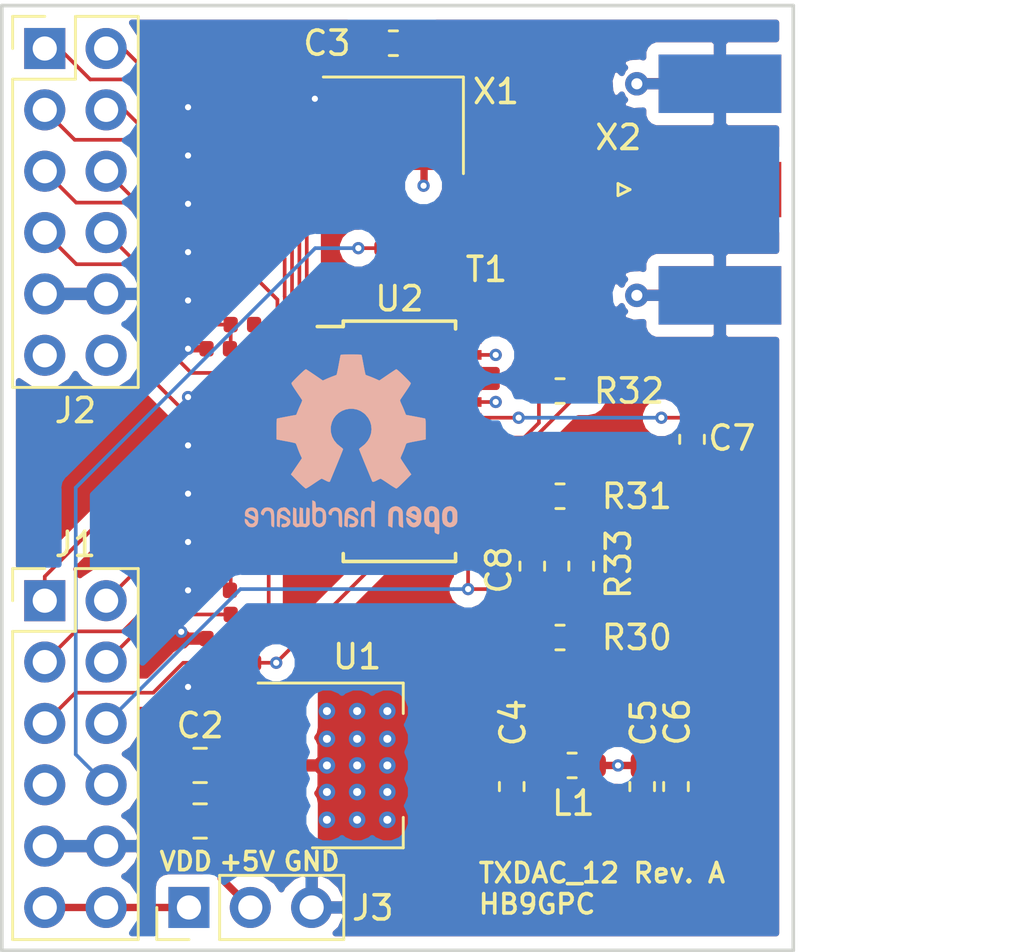
<source format=kicad_pcb>
(kicad_pcb (version 20171130) (host pcbnew "(5.0.1-3-g963ef8bb5)")
  (title_block (title "DAC ISL5857") (date 2018-11-18) (rev A) (company HB9GPC))
  (layers (0 F.Cu signal) (1 In1.Cu signal) (2 In2.Cu signal) (31 B.Cu signal) (34 B.Paste user hide) (35 F.Paste user hide) (36 B.SilkS user) (37 F.SilkS user) (38 B.Mask user) (39 F.Mask user) (44 Edge.Cuts user))
  (net 0 "")
  (net 1 +5V)
  (net 2 GND)
  (net 3 +3V3)
  (net 4 "Net-(C7-Pad2)")
  (net 5 /CLK)
  (net 6 /D11)
  (net 7 /D10)
  (net 8 /D9)
  (net 9 /D8)
  (net 10 /D1)
  (net 11 /D0)
  (net 12 /D3)
  (net 13 /D2)
  (net 14 /D5)
  (net 15 /D4)
  (net 16 /D7)
  (net 17 /D6)
  (net 18 /RF_N)
  (net 19 /RF_P)
  (net 20 "Net-(T1-Pad4)")
  (net 21 VDD)
  (net 22 "Net-(R28-Pad1)")
  (net 23 "Net-(R27-Pad1)")
  (net 24 "Net-(R26-Pad1)")
  (net 25 "Net-(R23-Pad1)")
  (net 26 "Net-(R22-Pad1)")
  (net 27 "Net-(R21-Pad1)")
  (net 28 "Net-(R20-Pad1)")
  (net 29 "Net-(R19-Pad1)")
  (net 30 "Net-(R18-Pad1)")
  (net 31 "Net-(R24-Pad1)")
  (net 32 "Net-(R25-Pad1)")
  (net 33 "Net-(R17-Pad1)")
  (net 34 "Net-(C8-Pad2)")
  (net 35 "Net-(R10-Pad2)")
  (net 36 "Net-(R16-Pad1)")
  (net 37 "Net-(R31-Pad1)")
  (net 38 "Net-(R31-Pad2)")
  (net 39 /PD)
  (net 40 SYS_MCLK)
  (net 41 +3.3VADC)
  (module Capacitor_SMD:C_0805_2012Metric_Pad1.15x1.40mm_HandSolder (layer F.Cu) (at 137.75 115.8)
    (fp_text reference C1 hide)
    (fp_text value 10uF)
    (pad 2 smd roundrect (at 1.025 0) (size 1.15 1.4) (layers F.Cu F.Paste F.Mask) (roundrect_rratio 0.217391) (net 1 +5V))
    (pad 1 smd roundrect (at -1.025 0) (size 1.15 1.4) (layers F.Cu F.Paste F.Mask) (roundrect_rratio 0.217391) (net 2 GND))
  )
  (module Capacitor_SMD:C_0805_2012Metric_Pad1.15x1.40mm_HandSolder (layer F.Cu) (at 137.75 113.5)
    (fp_text reference C2 (at 0 -1.65) (layer F.SilkS))
    (fp_text value 10uF)
    (pad 1 smd roundrect (at -1.025 0) (size 1.15 1.4) (layers F.Cu F.Paste F.Mask) (roundrect_rratio 0.217391) (net 2 GND))
    (pad 2 smd roundrect (at 1.025 0) (size 1.15 1.4) (layers F.Cu F.Paste F.Mask) (roundrect_rratio 0.217391) (net 3 +3V3))
  )
  (module Package_TO_SOT_SMD:SOT-223-3_TabPin2 (layer F.Cu) (at 144.25 113.5)
    (fp_text reference U1 (at 0 -4.5) (layer F.SilkS))
    (fp_text value LD1117S33CTR)
    (pad 2 smd rect (at 3.15 0) (size 2 3.8) (layers F.Cu F.Paste F.Mask) (net 3 +3V3))
    (pad 2 smd rect (at -3.15 0) (size 2 1.5) (layers F.Cu F.Paste F.Mask) (net 3 +3V3))
    (pad 3 smd rect (at -3.15 2.3) (size 2 1.5) (layers F.Cu F.Paste F.Mask) (net 1 +5V))
    (pad 1 smd rect (at -3.15 -2.3) (size 2 1.5) (layers F.Cu F.Paste F.Mask) (net 2 GND))
  )
  (module Resistor_SMD:R_0402_1005Metric (layer F.Cu) (at 145.28 91.6 90)
    (fp_text reference R15 hide)
    (fp_text value 0)
    (pad 1 smd roundrect (at -0.485 0 90) (size 0.59 0.64) (layers F.Cu F.Paste F.Mask) (net 40 SYS_MCLK))
    (pad 2 smd roundrect (at 0.485 0 90) (size 0.59 0.64) (layers F.Cu F.Paste F.Mask) (net 35 "Net-(R10-Pad2)"))
  )
  (module Resistor_SMD:R_0402_1005Metric (layer F.Cu) (at 147.0816 92.1 180)
    (fp_text reference R29 hide)
    (fp_text value 100)
    (pad 1 smd roundrect (at -0.485 0 180) (size 0.59 0.64) (layers F.Cu F.Paste F.Mask) (net 2 GND))
    (pad 2 smd roundrect (at 0.485 0 180) (size 0.59 0.64) (layers F.Cu F.Paste F.Mask) (net 40 SYS_MCLK))
  )
  (module Connector_PinHeader_2.54mm:PinHeader_1x03_P2.54mm_Vertical (layer F.Cu) (at 137.287 119.38 90)
    (fp_text reference J3 (at -0.02 7.613 180) (layer F.SilkS))
    (fp_text value P103)
    (pad 1 thru_hole rect (at 0 0 90) (size 1.7 1.7) (drill 1) (layers *.Cu *.Mask) (net 21 VDD))
    (pad 2 thru_hole oval (at 0 2.54 90) (size 1.7 1.7) (drill 1) (layers *.Cu *.Mask) (net 1 +5V))
    (pad 3 thru_hole oval (at 0 5.08 90) (size 1.7 1.7) (drill 1) (layers *.Cu *.Mask) (net 2 GND))
  )
  (module Capacitor_SMD:C_0603_1608Metric_Pad1.05x0.95mm_HandSolder (layer F.Cu) (at 145.75 83.6)
    (fp_text reference C3 (at -2.75 0) (layer F.SilkS))
    (fp_text value 0.1uF)
    (pad 1 smd roundrect (at -0.875 0) (size 1.05 0.95) (layers F.Cu F.Paste F.Mask) (net 2 GND))
    (pad 2 smd roundrect (at 0.875 0) (size 1.05 0.95) (layers F.Cu F.Paste F.Mask) (net 3 +3V3))
  )
  (module Resistor_SMD:R_0603_1608Metric_Pad1.05x0.95mm_HandSolder (layer F.Cu) (at 152.65 108.204 180)
    (fp_text reference R30 (at -3.179 0) (layer F.SilkS))
    (fp_text value 0)
    (pad 1 smd roundrect (at -0.875 0 180) (size 1.05 0.95) (layers F.Cu F.Paste F.Mask) (net 2 GND))
    (pad 2 smd roundrect (at 0.875 0 180) (size 1.05 0.95) (layers F.Cu F.Paste F.Mask) (net 39 /PD))
  )
  (module Resistor_SMD:R_0402_1005Metric (layer F.Cu) (at 139.5 85.25 180)
    (fp_text reference R16 hide)
    (fp_text value 22)
    (pad 2 smd roundrect (at 0.485 0 180) (size 0.59 0.64) (layers F.Cu F.Paste F.Mask) (net 6 /D11))
    (pad 1 smd roundrect (at -0.485 0 180) (size 0.59 0.64) (layers F.Cu F.Paste F.Mask) (net 36 "Net-(R16-Pad1)"))
  )
  (module Resistor_SMD:R_0402_1005Metric (layer F.Cu) (at 138.5 108.25)
    (fp_text reference R14 hide)
    (fp_text value 100)
    (pad 1 smd roundrect (at -0.485 0) (size 0.59 0.64) (layers F.Cu F.Paste F.Mask) (net 2 GND))
    (pad 2 smd roundrect (at 0.485 0) (size 0.59 0.64) (layers F.Cu F.Paste F.Mask) (net 11 /D0))
  )
  (module Resistor_SMD:R_0402_1005Metric (layer F.Cu) (at 138.5 96.25 180)
    (fp_text reference R13 hide)
    (fp_text value 100)
    (pad 2 smd roundrect (at 0.485 0 180) (size 0.59 0.64) (layers F.Cu F.Paste F.Mask) (net 2 GND))
    (pad 1 smd roundrect (at -0.485 0 180) (size 0.59 0.64) (layers F.Cu F.Paste F.Mask) (net 17 /D6))
  )
  (module Resistor_SMD:R_0402_1005Metric (layer F.Cu) (at 138.5 106.25)
    (fp_text reference R12 hide)
    (fp_text value 100)
    (pad 1 smd roundrect (at -0.485 0) (size 0.59 0.64) (layers F.Cu F.Paste F.Mask) (net 2 GND))
    (pad 2 smd roundrect (at 0.485 0) (size 0.59 0.64) (layers F.Cu F.Paste F.Mask) (net 10 /D1))
  )
  (module Resistor_SMD:R_0402_1005Metric (layer F.Cu) (at 138.5 94.25 180)
    (fp_text reference R11 hide)
    (fp_text value 100)
    (pad 2 smd roundrect (at 0.485 0 180) (size 0.59 0.64) (layers F.Cu F.Paste F.Mask) (net 2 GND))
    (pad 1 smd roundrect (at -0.485 0 180) (size 0.59 0.64) (layers F.Cu F.Paste F.Mask) (net 16 /D7))
  )
  (module Resistor_SMD:R_0402_1005Metric (layer F.Cu) (at 138.5 104.25)
    (fp_text reference R9 hide)
    (fp_text value 100)
    (pad 1 smd roundrect (at -0.485 0) (size 0.59 0.64) (layers F.Cu F.Paste F.Mask) (net 2 GND))
    (pad 2 smd roundrect (at 0.485 0) (size 0.59 0.64) (layers F.Cu F.Paste F.Mask) (net 13 /D2))
  )
  (module Resistor_SMD:R_0402_1005Metric (layer F.Cu) (at 139.5 101.25 180)
    (fp_text reference R24 hide)
    (fp_text value 22)
    (pad 2 smd roundrect (at 0.485 0 180) (size 0.59 0.64) (layers F.Cu F.Paste F.Mask) (net 12 /D3))
    (pad 1 smd roundrect (at -0.485 0 180) (size 0.59 0.64) (layers F.Cu F.Paste F.Mask) (net 31 "Net-(R24-Pad1)"))
  )
  (module Resistor_SMD:R_0402_1005Metric (layer F.Cu) (at 138.5 102.25)
    (fp_text reference R7 hide)
    (fp_text value 100)
    (pad 1 smd roundrect (at -0.485 0) (size 0.59 0.64) (layers F.Cu F.Paste F.Mask) (net 2 GND))
    (pad 2 smd roundrect (at 0.485 0) (size 0.59 0.64) (layers F.Cu F.Paste F.Mask) (net 12 /D3))
  )
  (module Resistor_SMD:R_0402_1005Metric (layer F.Cu) (at 138.5 90.25 180)
    (fp_text reference R6 hide)
    (fp_text value 100)
    (pad 2 smd roundrect (at 0.485 0 180) (size 0.59 0.64) (layers F.Cu F.Paste F.Mask) (net 2 GND))
    (pad 1 smd roundrect (at -0.485 0 180) (size 0.59 0.64) (layers F.Cu F.Paste F.Mask) (net 8 /D9))
  )
  (module Resistor_SMD:R_0402_1005Metric (layer F.Cu) (at 138.5 100.25)
    (fp_text reference R5 hide)
    (fp_text value 100)
    (pad 1 smd roundrect (at -0.485 0) (size 0.59 0.64) (layers F.Cu F.Paste F.Mask) (net 2 GND))
    (pad 2 smd roundrect (at 0.485 0) (size 0.59 0.64) (layers F.Cu F.Paste F.Mask) (net 15 /D4))
  )
  (module Resistor_SMD:R_0402_1005Metric (layer F.Cu) (at 138.5 88.25 180)
    (fp_text reference R4 hide)
    (fp_text value 100)
    (pad 2 smd roundrect (at 0.485 0 180) (size 0.59 0.64) (layers F.Cu F.Paste F.Mask) (net 2 GND))
    (pad 1 smd roundrect (at -0.485 0 180) (size 0.59 0.64) (layers F.Cu F.Paste F.Mask) (net 7 /D10))
  )
  (module Resistor_SMD:R_0402_1005Metric (layer F.Cu) (at 138.5 98.25)
    (fp_text reference R3 hide)
    (fp_text value 100)
    (pad 1 smd roundrect (at -0.485 0) (size 0.59 0.64) (layers F.Cu F.Paste F.Mask) (net 2 GND))
    (pad 2 smd roundrect (at 0.485 0) (size 0.59 0.64) (layers F.Cu F.Paste F.Mask) (net 14 /D5))
  )
  (module Resistor_SMD:R_0402_1005Metric (layer F.Cu) (at 138.5 86.25 180)
    (fp_text reference R2 hide)
    (fp_text value 100)
    (pad 2 smd roundrect (at 0.485 0 180) (size 0.59 0.64) (layers F.Cu F.Paste F.Mask) (net 2 GND))
    (pad 1 smd roundrect (at -0.485 0 180) (size 0.59 0.64) (layers F.Cu F.Paste F.Mask) (net 6 /D11))
  )
  (module Resistor_SMD:R_0402_1005Metric (layer F.Cu) (at 138.5 110.25)
    (fp_text reference R1 hide)
    (fp_text value 100)
    (pad 1 smd roundrect (at -0.485 0) (size 0.59 0.64) (layers F.Cu F.Paste F.Mask) (net 2 GND))
    (pad 2 smd roundrect (at 0.485 0) (size 0.59 0.64) (layers F.Cu F.Paste F.Mask) (net 5 /CLK))
  )
  (module Resistor_SMD:R_0402_1005Metric (layer F.Cu) (at 138.5 92.25 180)
    (fp_text reference R8 hide)
    (fp_text value 100)
    (pad 2 smd roundrect (at 0.485 0 180) (size 0.59 0.64) (layers F.Cu F.Paste F.Mask) (net 2 GND))
    (pad 1 smd roundrect (at -0.485 0 180) (size 0.59 0.64) (layers F.Cu F.Paste F.Mask) (net 9 /D8))
  )
  (module Resistor_SMD:R_0402_1005Metric (layer F.Cu) (at 139.5 87.25 180)
    (fp_text reference R17 hide)
    (fp_text value 22)
    (pad 1 smd roundrect (at -0.485 0 180) (size 0.59 0.64) (layers F.Cu F.Paste F.Mask) (net 33 "Net-(R17-Pad1)"))
    (pad 2 smd roundrect (at 0.485 0 180) (size 0.59 0.64) (layers F.Cu F.Paste F.Mask) (net 7 /D10))
  )
  (module Resistor_SMD:R_0402_1005Metric (layer F.Cu) (at 139.5 89.25 180)
    (fp_text reference R18 hide)
    (fp_text value 22)
    (pad 2 smd roundrect (at 0.485 0 180) (size 0.59 0.64) (layers F.Cu F.Paste F.Mask) (net 8 /D9))
    (pad 1 smd roundrect (at -0.485 0 180) (size 0.59 0.64) (layers F.Cu F.Paste F.Mask) (net 30 "Net-(R18-Pad1)"))
  )
  (module Resistor_SMD:R_0402_1005Metric (layer F.Cu) (at 139.5 91.25 180)
    (fp_text reference R19 hide)
    (fp_text value 22)
    (pad 1 smd roundrect (at -0.485 0 180) (size 0.59 0.64) (layers F.Cu F.Paste F.Mask) (net 29 "Net-(R19-Pad1)"))
    (pad 2 smd roundrect (at 0.485 0 180) (size 0.59 0.64) (layers F.Cu F.Paste F.Mask) (net 9 /D8))
  )
  (module Resistor_SMD:R_0402_1005Metric (layer F.Cu) (at 139.5 93.25 180)
    (fp_text reference R20 hide)
    (fp_text value 22)
    (pad 2 smd roundrect (at 0.485 0 180) (size 0.59 0.64) (layers F.Cu F.Paste F.Mask) (net 16 /D7))
    (pad 1 smd roundrect (at -0.485 0 180) (size 0.59 0.64) (layers F.Cu F.Paste F.Mask) (net 28 "Net-(R20-Pad1)"))
  )
  (module Resistor_SMD:R_0402_1005Metric (layer F.Cu) (at 139.5 95.25 180)
    (fp_text reference R21 hide)
    (fp_text value 22)
    (pad 1 smd roundrect (at -0.485 0 180) (size 0.59 0.64) (layers F.Cu F.Paste F.Mask) (net 27 "Net-(R21-Pad1)"))
    (pad 2 smd roundrect (at 0.485 0 180) (size 0.59 0.64) (layers F.Cu F.Paste F.Mask) (net 17 /D6))
  )
  (module Resistor_SMD:R_0402_1005Metric (layer F.Cu) (at 139.5 97.25 180)
    (fp_text reference R22 hide)
    (fp_text value 22)
    (pad 2 smd roundrect (at 0.485 0 180) (size 0.59 0.64) (layers F.Cu F.Paste F.Mask) (net 14 /D5))
    (pad 1 smd roundrect (at -0.485 0 180) (size 0.59 0.64) (layers F.Cu F.Paste F.Mask) (net 26 "Net-(R22-Pad1)"))
  )
  (module Resistor_SMD:R_0402_1005Metric (layer F.Cu) (at 139.5 99.25 180)
    (fp_text reference R23 hide)
    (fp_text value 22)
    (pad 1 smd roundrect (at -0.485 0 180) (size 0.59 0.64) (layers F.Cu F.Paste F.Mask) (net 25 "Net-(R23-Pad1)"))
    (pad 2 smd roundrect (at 0.485 0 180) (size 0.59 0.64) (layers F.Cu F.Paste F.Mask) (net 15 /D4))
  )
  (module Resistor_SMD:R_0402_1005Metric (layer F.Cu) (at 139.5 103.25 180)
    (fp_text reference R25 hide)
    (fp_text value 22)
    (pad 2 smd roundrect (at 0.485 0 180) (size 0.59 0.64) (layers F.Cu F.Paste F.Mask) (net 13 /D2))
    (pad 1 smd roundrect (at -0.485 0 180) (size 0.59 0.64) (layers F.Cu F.Paste F.Mask) (net 32 "Net-(R25-Pad1)"))
  )
  (module Resistor_SMD:R_0402_1005Metric (layer F.Cu) (at 139.5 105.25 180)
    (fp_text reference R26 hide)
    (fp_text value 22)
    (pad 1 smd roundrect (at -0.485 0 180) (size 0.59 0.64) (layers F.Cu F.Paste F.Mask) (net 24 "Net-(R26-Pad1)"))
    (pad 2 smd roundrect (at 0.485 0 180) (size 0.59 0.64) (layers F.Cu F.Paste F.Mask) (net 10 /D1))
  )
  (module Resistor_SMD:R_0402_1005Metric (layer F.Cu) (at 139.5 107.25 180)
    (fp_text reference R27 hide)
    (fp_text value 22)
    (pad 2 smd roundrect (at 0.485 0 180) (size 0.59 0.64) (layers F.Cu F.Paste F.Mask) (net 11 /D0))
    (pad 1 smd roundrect (at -0.485 0 180) (size 0.59 0.64) (layers F.Cu F.Paste F.Mask) (net 23 "Net-(R27-Pad1)"))
  )
  (module Resistor_SMD:R_0402_1005Metric (layer F.Cu) (at 139.5 109.25 180)
    (fp_text reference R28 hide)
    (fp_text value 22)
    (pad 1 smd roundrect (at -0.485 0 180) (size 0.59 0.64) (layers F.Cu F.Paste F.Mask) (net 22 "Net-(R28-Pad1)"))
    (pad 2 smd roundrect (at 0.485 0 180) (size 0.59 0.64) (layers F.Cu F.Paste F.Mask) (net 5 /CLK))
  )
  (module Capacitor_SMD:C_0603_1608Metric_Pad1.05x0.95mm_HandSolder (layer F.Cu) (at 158.115 100 90)
    (fp_text reference C7 (at 0.051 1.651 180) (layer F.SilkS))
    (fp_text value 0.1uF)
    (pad 1 smd roundrect (at -0.875 0 90) (size 1.05 0.95) (layers F.Cu F.Paste F.Mask) (net 2 GND))
    (pad 2 smd roundrect (at 0.875 0 90) (size 1.05 0.95) (layers F.Cu F.Paste F.Mask) (net 4 "Net-(C7-Pad2)"))
  )
  (module Capacitor_SMD:C_0603_1608Metric_Pad1.05x0.95mm_HandSolder (layer F.Cu) (at 151.5 105.25 90)
    (fp_text reference C8 (at -0.16 -1.386 270) (layer F.SilkS))
    (fp_text value 0.1uF)
    (pad 2 smd roundrect (at 0.875 0 90) (size 1.05 0.95) (layers F.Cu F.Paste F.Mask) (net 34 "Net-(C8-Pad2)"))
    (pad 1 smd roundrect (at -0.875 0 90) (size 1.05 0.95) (layers F.Cu F.Paste F.Mask) (net 2 GND))
  )
  (module Capacitor_SMD:C_0603_1608Metric_Pad1.05x0.95mm_HandSolder (layer F.Cu) (at 157.45 114.375 90)
    (fp_text reference C6 (at 2.675 0.05 270) (layer F.SilkS))
    (fp_text value 10uF)
    (pad 2 smd roundrect (at 0.875 0 90) (size 1.05 0.95) (layers F.Cu F.Paste F.Mask) (net 41 +3.3VADC))
    (pad 1 smd roundrect (at -0.875 0 90) (size 1.05 0.95) (layers F.Cu F.Paste F.Mask) (net 2 GND))
  )
  (module Capacitor_SMD:C_0603_1608Metric_Pad1.05x0.95mm_HandSolder (layer F.Cu) (at 156.05 114.375 90)
    (fp_text reference C5 (at 2.65 0.05 90) (layer F.SilkS))
    (fp_text value 0.1uF)
    (pad 1 smd roundrect (at -0.875 0 90) (size 1.05 0.95) (layers F.Cu F.Paste F.Mask) (net 2 GND))
    (pad 2 smd roundrect (at 0.875 0 90) (size 1.05 0.95) (layers F.Cu F.Paste F.Mask) (net 41 +3.3VADC))
  )
  (module Capacitor_SMD:C_0603_1608Metric_Pad1.05x0.95mm_HandSolder (layer F.Cu) (at 150.65 114.375 90)
    (fp_text reference C4 (at 2.65 0.05 270) (layer F.SilkS))
    (fp_text value 0.1uF)
    (pad 2 smd roundrect (at 0.875 0 90) (size 1.05 0.95) (layers F.Cu F.Paste F.Mask) (net 3 +3V3))
    (pad 1 smd roundrect (at -0.875 0 90) (size 1.05 0.95) (layers F.Cu F.Paste F.Mask) (net 2 GND))
  )
  (module Connector_Coaxial:SMA_Molex_73251-1153_EdgeMount_Horizontal (layer F.Cu) (at 157.55 89.66 180)
    (fp_text reference X2 (at 2.483 2.157 180) (layer F.SilkS))
    (fp_text value ANT)
    (pad 1 smd rect (at -1.72 0 180) (size 5.08 2.29) (layers F.Cu F.Paste F.Mask) (net 20 "Net-(T1-Pad4)"))
    (pad 2 smd rect (at -1.72 -4.38 180) (size 5.08 2.42) (layers F.Cu F.Paste F.Mask) (net 2 GND))
    (pad 2 smd rect (at -1.72 4.38 180) (size 5.08 2.42) (layers F.Cu F.Paste F.Mask) (net 2 GND))
    (pad 2 smd rect (at -1.72 -4.38 180) (size 5.08 2.42) (layers B.Cu B.Paste B.Mask) (net 2 GND))
    (pad 2 smd rect (at -1.72 4.38 180) (size 5.08 2.42) (layers B.Cu B.Paste B.Mask) (net 2 GND))
    (pad 2 thru_hole circle (at 1.72 -4.38 180) (size 0.97 0.97) (drill 0.46) (layers *.Cu) (net 2 GND))
    (pad 2 thru_hole circle (at 1.72 4.38 180) (size 0.97 0.97) (drill 0.46) (layers *.Cu) (net 2 GND))
    (pad 2 smd rect (at 1.27 -4.38 180) (size 0.95 0.46) (layers F.Cu) (net 2 GND))
    (pad 2 smd rect (at 1.27 4.38 180) (size 0.95 0.46) (layers F.Cu) (net 2 GND))
    (pad 2 smd rect (at 1.27 -4.38 180) (size 0.95 0.46) (layers B.Cu) (net 2 GND))
    (pad 2 smd rect (at 1.27 4.38 180) (size 0.95 0.46) (layers B.Cu) (net 2 GND))
  )
  (module Connector_PinHeader_2.54mm:PinHeader_2x06_P2.54mm_Vertical (layer F.Cu) (at 131.318 83.82)
    (fp_text reference J2 (at 1.27 14.986) (layer F.SilkS))
    (fp_text value P101)
    (pad 12 thru_hole oval (at 2.54 12.7) (size 1.7 1.7) (drill 1) (layers *.Cu *.Mask))
    (pad 11 thru_hole oval (at 0 12.7) (size 1.7 1.7) (drill 1) (layers *.Cu *.Mask))
    (pad 10 thru_hole oval (at 2.54 10.16) (size 1.7 1.7) (drill 1) (layers *.Cu *.Mask) (net 2 GND))
    (pad 9 thru_hole oval (at 0 10.16) (size 1.7 1.7) (drill 1) (layers *.Cu *.Mask) (net 2 GND))
    (pad 8 thru_hole oval (at 2.54 7.62) (size 1.7 1.7) (drill 1) (layers *.Cu *.Mask) (net 14 /D5))
    (pad 7 thru_hole oval (at 0 7.62) (size 1.7 1.7) (drill 1) (layers *.Cu *.Mask) (net 15 /D4))
    (pad 6 thru_hole oval (at 2.54 5.08) (size 1.7 1.7) (drill 1) (layers *.Cu *.Mask) (net 16 /D7))
    (pad 5 thru_hole oval (at 0 5.08) (size 1.7 1.7) (drill 1) (layers *.Cu *.Mask) (net 17 /D6))
    (pad 4 thru_hole oval (at 2.54 2.54) (size 1.7 1.7) (drill 1) (layers *.Cu *.Mask) (net 8 /D9))
    (pad 3 thru_hole oval (at 0 2.54) (size 1.7 1.7) (drill 1) (layers *.Cu *.Mask) (net 9 /D8))
    (pad 2 thru_hole oval (at 2.54 0) (size 1.7 1.7) (drill 1) (layers *.Cu *.Mask) (net 6 /D11))
    (pad 1 thru_hole rect (at 0 0) (size 1.7 1.7) (drill 1) (layers *.Cu *.Mask) (net 7 /D10))
  )
  (module Connector_PinHeader_2.54mm:PinHeader_2x06_P2.54mm_Vertical (layer F.Cu) (at 131.318 106.68)
    (fp_text reference J1 (at 1.27 -2.33) (layer F.SilkS))
    (fp_text value P102)
    (pad 1 thru_hole rect (at 0 0) (size 1.7 1.7) (drill 1) (layers *.Cu *.Mask) (net 12 /D3))
    (pad 2 thru_hole oval (at 2.54 0) (size 1.7 1.7) (drill 1) (layers *.Cu *.Mask) (net 13 /D2))
    (pad 3 thru_hole oval (at 0 2.54) (size 1.7 1.7) (drill 1) (layers *.Cu *.Mask) (net 10 /D1))
    (pad 4 thru_hole oval (at 2.54 2.54) (size 1.7 1.7) (drill 1) (layers *.Cu *.Mask) (net 11 /D0))
    (pad 5 thru_hole oval (at 0 5.08) (size 1.7 1.7) (drill 1) (layers *.Cu *.Mask) (net 5 /CLK))
    (pad 6 thru_hole oval (at 2.54 5.08) (size 1.7 1.7) (drill 1) (layers *.Cu *.Mask) (net 39 /PD))
    (pad 7 thru_hole oval (at 0 7.62) (size 1.7 1.7) (drill 1) (layers *.Cu *.Mask))
    (pad 8 thru_hole oval (at 2.54 7.62) (size 1.7 1.7) (drill 1) (layers *.Cu *.Mask) (net 40 SYS_MCLK))
    (pad 9 thru_hole oval (at 0 10.16) (size 1.7 1.7) (drill 1) (layers *.Cu *.Mask) (net 2 GND))
    (pad 10 thru_hole oval (at 2.54 10.16) (size 1.7 1.7) (drill 1) (layers *.Cu *.Mask) (net 2 GND))
    (pad 11 thru_hole oval (at 0 12.7) (size 1.7 1.7) (drill 1) (layers *.Cu *.Mask) (net 21 VDD))
    (pad 12 thru_hole oval (at 2.54 12.7) (size 1.7 1.7) (drill 1) (layers *.Cu *.Mask) (net 21 VDD))
  )
  (module Inductor_SMD:L_0603_1608Metric_Pad1.05x0.95mm_HandSolder (layer F.Cu) (at 153.15 113.5 180)
    (fp_text reference L1 (at -0.052 -1.5608 180) (layer F.SilkS))
    (fp_text value 10uH)
    (pad 2 smd roundrect (at 0.875 0 180) (size 1.05 0.95) (layers F.Cu F.Paste F.Mask) (net 3 +3V3))
    (pad 1 smd roundrect (at -0.875 0 180) (size 1.05 0.95) (layers F.Cu F.Paste F.Mask) (net 41 +3.3VADC))
  )
  (module Package_SO:TSSOP-28_4.4x9.7mm_P0.65mm (layer F.Cu) (at 146 100.08)
    (fp_text reference U2 (at 0 -5.9) (layer F.SilkS))
    (fp_text value ISL5857)
    (pad 1 smd rect (at -2.85 -4.225) (size 1.1 0.4) (layers F.Cu F.Paste F.Mask) (net 36 "Net-(R16-Pad1)"))
    (pad 2 smd rect (at -2.85 -3.575) (size 1.1 0.4) (layers F.Cu F.Paste F.Mask) (net 33 "Net-(R17-Pad1)"))
    (pad 3 smd rect (at -2.85 -2.925) (size 1.1 0.4) (layers F.Cu F.Paste F.Mask) (net 30 "Net-(R18-Pad1)"))
    (pad 4 smd rect (at -2.85 -2.275) (size 1.1 0.4) (layers F.Cu F.Paste F.Mask) (net 29 "Net-(R19-Pad1)"))
    (pad 5 smd rect (at -2.85 -1.625) (size 1.1 0.4) (layers F.Cu F.Paste F.Mask) (net 28 "Net-(R20-Pad1)"))
    (pad 6 smd rect (at -2.85 -0.975) (size 1.1 0.4) (layers F.Cu F.Paste F.Mask) (net 27 "Net-(R21-Pad1)"))
    (pad 7 smd rect (at -2.85 -0.325) (size 1.1 0.4) (layers F.Cu F.Paste F.Mask) (net 26 "Net-(R22-Pad1)"))
    (pad 8 smd rect (at -2.85 0.325) (size 1.1 0.4) (layers F.Cu F.Paste F.Mask) (net 25 "Net-(R23-Pad1)"))
    (pad 9 smd rect (at -2.85 0.975) (size 1.1 0.4) (layers F.Cu F.Paste F.Mask) (net 31 "Net-(R24-Pad1)"))
    (pad 10 smd rect (at -2.85 1.625) (size 1.1 0.4) (layers F.Cu F.Paste F.Mask) (net 32 "Net-(R25-Pad1)"))
    (pad 11 smd rect (at -2.85 2.275) (size 1.1 0.4) (layers F.Cu F.Paste F.Mask) (net 24 "Net-(R26-Pad1)"))
    (pad 12 smd rect (at -2.85 2.925) (size 1.1 0.4) (layers F.Cu F.Paste F.Mask) (net 23 "Net-(R27-Pad1)"))
    (pad 13 smd rect (at -2.85 3.575) (size 1.1 0.4) (layers F.Cu F.Paste F.Mask) (net 2 GND))
    (pad 14 smd rect (at -2.85 4.225) (size 1.1 0.4) (layers F.Cu F.Paste F.Mask) (net 2 GND))
    (pad 15 smd rect (at 2.85 4.225) (size 1.1 0.4) (layers F.Cu F.Paste F.Mask) (net 39 /PD))
    (pad 16 smd rect (at 2.85 3.575) (size 1.1 0.4) (layers F.Cu F.Paste F.Mask) (net 2 GND))
    (pad 17 smd rect (at 2.85 2.925) (size 1.1 0.4) (layers F.Cu F.Paste F.Mask) (net 34 "Net-(C8-Pad2)"))
    (pad 18 smd rect (at 2.85 2.275) (size 1.1 0.4) (layers F.Cu F.Paste F.Mask) (net 38 "Net-(R31-Pad2)"))
    (pad 19 smd rect (at 2.85 1.625) (size 1.1 0.4) (layers F.Cu F.Paste F.Mask) (net 2 GND))
    (pad 20 smd rect (at 2.85 0.975) (size 1.1 0.4) (layers F.Cu F.Paste F.Mask) (net 2 GND))
    (pad 21 smd rect (at 2.85 0.325) (size 1.1 0.4) (layers F.Cu F.Paste F.Mask) (net 18 /RF_N))
    (pad 22 smd rect (at 2.85 -0.325) (size 1.1 0.4) (layers F.Cu F.Paste F.Mask) (net 19 /RF_P))
    (pad 23 smd rect (at 2.85 -0.975) (size 1.1 0.4) (layers F.Cu F.Paste F.Mask) (net 4 "Net-(C7-Pad2)"))
    (pad 24 smd rect (at 2.85 -1.625) (size 1.1 0.4) (layers F.Cu F.Paste F.Mask) (net 41 +3.3VADC))
    (pad 25 smd rect (at 2.85 -2.275) (size 1.1 0.4) (layers F.Cu F.Paste F.Mask) (net 2 GND))
    (pad 26 smd rect (at 2.85 -2.925) (size 1.1 0.4) (layers F.Cu F.Paste F.Mask) (net 2 GND))
    (pad 27 smd rect (at 2.85 -3.575) (size 1.1 0.4) (layers F.Cu F.Paste F.Mask) (net 3 +3V3))
    (pad 28 smd rect (at 2.85 -4.225) (size 1.1 0.4) (layers F.Cu F.Paste F.Mask) (net 22 "Net-(R28-Pad1)"))
  )
  (module Resistor_SMD:R_0603_1608Metric_Pad1.05x0.95mm_HandSolder (layer F.Cu) (at 153.525 105.25 90)
    (fp_text reference R33 (at 0.094 1.542 270) (layer F.SilkS))
    (fp_text value 120)
    (pad 1 smd roundrect (at -0.875 0 90) (size 1.05 0.95) (layers F.Cu F.Paste F.Mask) (net 2 GND))
    (pad 2 smd roundrect (at 0.875 0 90) (size 1.05 0.95) (layers F.Cu F.Paste F.Mask) (net 37 "Net-(R31-Pad1)"))
  )
  (module Resistor_SMD:R_0603_1608Metric_Pad1.05x0.95mm_HandSolder (layer F.Cu) (at 152.65 98)
    (fp_text reference R32 (at 2.854 0) (layer F.SilkS))
    (fp_text value 49.9)
    (pad 2 smd roundrect (at 0.875 0) (size 1.05 0.95) (layers F.Cu F.Paste F.Mask) (net 18 /RF_N))
    (pad 1 smd roundrect (at -0.875 0) (size 1.05 0.95) (layers F.Cu F.Paste F.Mask) (net 19 /RF_P))
  )
  (module Resistor_SMD:R_0603_1608Metric_Pad1.05x0.95mm_HandSolder (layer F.Cu) (at 152.65 102.355 180)
    (fp_text reference R31 (at -3.179 -0.007) (layer F.SilkS))
    (fp_text value 1.8K)
    (pad 1 smd roundrect (at -0.875 0 180) (size 1.05 0.95) (layers F.Cu F.Paste F.Mask) (net 37 "Net-(R31-Pad1)"))
    (pad 2 smd roundrect (at 0.875 0 180) (size 1.05 0.95) (layers F.Cu F.Paste F.Mask) (net 38 "Net-(R31-Pad2)"))
  )
  (module dra818:MABAES0060 (layer F.Cu) (at 152.65 93 180)
    (fp_text reference T1 (at 3.044 0.036 180) (layer F.SilkS))
    (fp_text value 1:1)
    (pad 5 smd rect (at -1.27 1.715 180) (size 0.76 1.4) (layers F.Cu F.Paste F.Mask) (net 2 GND))
    (pad 4 smd rect (at 1.27 1.715 180) (size 0.76 1.4) (layers F.Cu F.Paste F.Mask) (net 20 "Net-(T1-Pad4)"))
    (pad 3 smd rect (at 1.27 -1.715 180) (size 0.76 1.4) (layers F.Cu F.Paste F.Mask) (net 19 /RF_P))
    (pad 2 smd rect (at 0 -1.715 180) (size 0.76 1.4) (layers F.Cu F.Paste F.Mask) (net 2 GND))
    (pad 1 smd rect (at -1.27 -1.715 180) (size 0.76 1.4) (layers F.Cu F.Paste F.Mask) (net 18 /RF_N))
  )
  (module Resistor_SMD:R_0402_1005Metric (layer F.Cu) (at 147.1046 91.1 180)
    (fp_text reference R10 hide)
    (fp_text value 100)
    (pad 1 smd roundrect (at -0.485 0 180) (size 0.59 0.64) (layers F.Cu F.Paste F.Mask) (net 2 GND))
    (pad 2 smd roundrect (at 0.485 0 180) (size 0.59 0.64) (layers F.Cu F.Paste F.Mask) (net 35 "Net-(R10-Pad2)"))
  )
  (module DRA818:Crystal_SMD_Abracon_ASFL1-4pin_5.0x3.2mm (layer F.Cu) (at 145.75 87 180)
    (fp_text reference X1 (at -4.25 1.4 180) (layer F.SilkS))
    (fp_text value ASFL1)
    (pad 1 smd rect (at -1.27 1.1 180) (size 1.7 1.5) (layers F.Cu F.Mask) (net 3 +3V3))
    (pad 2 smd rect (at 1.27 1.1 180) (size 1.7 1.5) (layers F.Cu F.Mask) (net 2 GND))
    (pad 3 smd rect (at 1.27 -1.1 180) (size 1.7 1.5) (layers F.Cu F.Mask) (net 35 "Net-(R10-Pad2)"))
    (pad 4 smd rect (at -1.27 -1.1 180) (size 1.7 1.5) (layers F.Cu F.Mask) (net 3 +3V3))
  )
  (module Symbol:OSHW-Logo2_9.8x8mm_SilkScreen (layer B.Cu) (at 144 100.2 180)
    (fp_text reference REF** hide)
    (fp_text value OSHW-Logo2_9.8x8mm_SilkScreen hide)
  )
  (gr_text "TXDAC_12 Rev. A\nHB9GPC" (at 149.2 118.6) (layer F.SilkS) (effects (font (size 0.8 0.8)) (justify left)))
  (gr_text VDD (at 137.16 117.475) (layer F.SilkS) (effects (font (size 0.75 0.75))))
  (gr_text +5V (at 139.7 117.475) (layer F.SilkS) (effects (font (size 0.75 0.75))))
  (gr_text GND (at 142.367 117.475) (layer F.SilkS) (effects (font (size 0.75 0.75))))
  (gr_line (start 162.306 82.042) (end 162.306 121.158) (layer Edge.Cuts) (width 0.15))
  (gr_line (start 162.306 121.158) (end 129.54 121.158) (layer Edge.Cuts) (width 0.15))
  (gr_line (start 129.54 82.042) (end 162.306 82.042) (layer Edge.Cuts) (width 0.15))
  (gr_line (start 129.54 121.158) (end 129.54 82.042) (layer Edge.Cuts) (width 0.15))
  (segment (start 138.625 115.8) (end 141.1 115.8) (width 0.3048) (layer F.Cu) (net 1))
  (segment (start 138.625 118.178) (end 139.827 119.38) (width 0.3048) (layer F.Cu) (net 1))
  (segment (start 138.625 115.8) (end 138.625 118.178) (width 0.3048) (layer F.Cu) (net 1))
  (via (at 137.25 110.25) (size 0.508) (drill 0.254) (layers F.Cu B.Cu) (net 2))
  (via (at 137.25 88.25) (size 0.508) (drill 0.254) (layers F.Cu B.Cu) (net 2))
  (via (at 137.25 86.25) (size 0.508) (drill 0.254) (layers F.Cu B.Cu) (net 2))
  (via (at 137.25 90.25) (size 0.508) (drill 0.254) (layers F.Cu B.Cu) (net 2))
  (via (at 137.25 92.25) (size 0.508) (drill 0.254) (layers F.Cu B.Cu) (net 2))
  (via (at 137.25 96.25) (size 0.508) (drill 0.254) (layers F.Cu B.Cu) (net 2))
  (via (at 137.25 98.25) (size 0.508) (drill 0.254) (layers F.Cu B.Cu) (net 2))
  (via (at 137.25 100.25) (size 0.508) (drill 0.254) (layers F.Cu B.Cu) (net 2))
  (via (at 137.25 102.25) (size 0.508) (drill 0.254) (layers F.Cu B.Cu) (net 2))
  (via (at 137.25 104.25) (size 0.508) (drill 0.254) (layers F.Cu B.Cu) (net 2))
  (via (at 137.25 106.25) (size 0.508) (drill 0.254) (layers F.Cu B.Cu) (net 2))
  (via (at 137.25 94.25) (size 0.508) (drill 0.254) (layers F.Cu B.Cu) (net 2))
  (segment (start 155.56 85.12) (end 159 85.12) (width 0.1524) (layer F.Cu) (net 2))
  (segment (start 155.56 93.88) (end 159 93.88) (width 0.1524) (layer F.Cu) (net 2))
  (segment (start 138.015 86.25) (end 137.25 86.25) (width 0.3048) (layer F.Cu) (net 2))
  (segment (start 138.015 88.25) (end 137.25 88.25) (width 0.3048) (layer F.Cu) (net 2))
  (segment (start 138.015 90.25) (end 137.25 90.25) (width 0.3048) (layer F.Cu) (net 2))
  (segment (start 138.015 110.25) (end 137.25 110.25) (width 0.3048) (layer F.Cu) (net 2))
  (segment (start 138.015 92.25) (end 137.25 92.25) (width 0.3048) (layer F.Cu) (net 2))
  (segment (start 138.015 94.25) (end 137.25 94.25) (width 0.3048) (layer F.Cu) (net 2))
  (segment (start 138.015 96.25) (end 137.25 96.25) (width 0.3048) (layer F.Cu) (net 2))
  (segment (start 138.015 98.25) (end 137.25 98.25) (width 0.3048) (layer F.Cu) (net 2))
  (segment (start 138.015 100.25) (end 137.25 100.25) (width 0.3048) (layer F.Cu) (net 2))
  (segment (start 138.015 102.25) (end 137.25 102.25) (width 0.3048) (layer F.Cu) (net 2))
  (segment (start 138.015 104.25) (end 137.25 104.25) (width 0.3048) (layer F.Cu) (net 2))
  (segment (start 138.015 106.25) (end 137.25 106.25) (width 0.3048) (layer F.Cu) (net 2))
  (segment (start 148.8 103.655) (end 147.585 103.655) (width 0.3048) (layer F.Cu) (net 2))
  (segment (start 148.8 97.155) (end 147.585 97.155) (width 0.3048) (layer F.Cu) (net 2))
  (segment (start 148.8 97.805) (end 147.585 97.805) (width 0.3048) (layer F.Cu) (net 2))
  (segment (start 150 97.155) (end 150 97.805) (width 0.3048) (layer F.Cu) (net 2))
  (segment (start 150 97.805) (end 148.85 97.805) (width 0.3048) (layer F.Cu) (net 2))
  (segment (start 148.85 97.155) (end 150 97.155) (width 0.3048) (layer F.Cu) (net 2))
  (segment (start 143.15 103.655) (end 142.2952 103.655) (width 0.3048) (layer F.Cu) (net 2))
  (segment (start 142.2952 103.655) (end 142 103.9502) (width 0.3048) (layer F.Cu) (net 2))
  (segment (start 143.15 104.305) (end 142 104.305) (width 0.3048) (layer F.Cu) (net 2))
  (segment (start 142 103.9502) (end 142 104.305) (width 0.3048) (layer F.Cu) (net 2))
  (segment (start 148.85 101.055) (end 150 101.055) (width 0.3048) (layer F.Cu) (net 2))
  (segment (start 148.85 101.705) (end 150 101.705) (width 0.3048) (layer F.Cu) (net 2))
  (segment (start 148.85 101.055) (end 147.585 101.055) (width 0.3048) (layer F.Cu) (net 2))
  (segment (start 148.85 101.705) (end 147.585 101.705) (width 0.3048) (layer F.Cu) (net 2))
  (segment (start 143.15 103.655) (end 144.6 103.655) (width 0.3048) (layer F.Cu) (net 2))
  (segment (start 143.15 104.305) (end 144.6 104.305) (width 0.3048) (layer F.Cu) (net 2))
  (segment (start 150.3045 104.2035) (end 149.756 103.655) (width 0.3048) (layer F.Cu) (net 2))
  (segment (start 150.3045 105.664) (end 150.3045 104.2035) (width 0.3048) (layer F.Cu) (net 2))
  (segment (start 150.7655 106.125) (end 150.3045 105.664) (width 0.3048) (layer F.Cu) (net 2))
  (segment (start 149.756 103.655) (end 148.85 103.655) (width 0.3048) (layer F.Cu) (net 2))
  (segment (start 151.5 106.125) (end 150.7655 106.125) (width 0.3048) (layer F.Cu) (net 2))
  (via (at 136.967743 107.967743) (size 0.508) (drill 0.254) (layers F.Cu B.Cu) (net 2))
  (segment (start 138.015 108.25) (end 137.25 108.25) (width 0.3048) (layer F.Cu) (net 2))
  (segment (start 137.25 108.25) (end 136.967743 107.967743) (width 0.3048) (layer F.Cu) (net 2))
  (segment (start 144.875 85.505) (end 144.48 85.9) (width 0.3048) (layer F.Cu) (net 2))
  (segment (start 144.875 83.6) (end 144.875 85.505) (width 0.3048) (layer F.Cu) (net 2))
  (via (at 142.5 85.9) (size 0.508) (drill 0.254) (layers F.Cu B.Cu) (net 2))
  (segment (start 139.7952 111.2) (end 141.1 111.2) (width 0.3048) (layer F.Cu) (net 2))
  (segment (start 138.545 111.2) (end 139.7952 111.2) (width 0.3048) (layer F.Cu) (net 2))
  (segment (start 138.015 110.67) (end 138.545 111.2) (width 0.3048) (layer F.Cu) (net 2))
  (segment (start 138.015 110.25) (end 138.015 110.67) (width 0.3048) (layer F.Cu) (net 2))
  (via (at 143 111.25) (size 0.6858) (drill 0.3302) (layers F.Cu B.Cu) (net 3))
  (via (at 147 89.5) (size 0.508) (drill 0.254) (layers F.Cu B.Cu) (net 3))
  (via (at 149.987 96.505) (size 0.508) (drill 0.254) (layers F.Cu B.Cu) (net 3))
  (segment (start 148.85 96.505) (end 149.987 96.505) (width 0.1524) (layer F.Cu) (net 3))
  (segment (start 147.02 85.9) (end 147.02 88.1) (width 0.3048) (layer F.Cu) (net 3))
  (segment (start 147.02 89.48) (end 147 89.5) (width 0.3048) (layer F.Cu) (net 3))
  (segment (start 147.02 88.1) (end 147.02 89.48) (width 0.3048) (layer F.Cu) (net 3))
  (segment (start 138.625 113.5) (end 141.1 113.5) (width 0.3048) (layer F.Cu) (net 3))
  (segment (start 146.625 85.505) (end 147.02 85.9) (width 0.3048) (layer F.Cu) (net 3))
  (segment (start 146.625 83.6) (end 146.625 85.505) (width 0.3048) (layer F.Cu) (net 3))
  (segment (start 150.65 113.5) (end 152.275 113.5) (width 0.3048) (layer F.Cu) (net 3))
  (segment (start 150.65 113.5) (end 147.4 113.5) (width 0.3048) (layer F.Cu) (net 3))
  (via (at 144.25 111.25) (size 0.6858) (drill 0.3302) (layers F.Cu B.Cu) (net 3))
  (via (at 145.5 111.25) (size 0.6858) (drill 0.3302) (layers F.Cu B.Cu) (net 3))
  (via (at 143 113.5) (size 0.6858) (drill 0.3302) (layers F.Cu B.Cu) (net 3))
  (via (at 144.25 113.5) (size 0.6858) (drill 0.3302) (layers F.Cu B.Cu) (net 3))
  (via (at 145.5 113.5) (size 0.6858) (drill 0.3302) (layers F.Cu B.Cu) (net 3))
  (via (at 143 115.75) (size 0.6858) (drill 0.3302) (layers F.Cu B.Cu) (net 3))
  (via (at 144.25 115.75) (size 0.6858) (drill 0.3302) (layers F.Cu B.Cu) (net 3))
  (via (at 145.5 115.75) (size 0.6858) (drill 0.3302) (layers F.Cu B.Cu) (net 3))
  (via (at 143 114.6) (size 0.6858) (drill 0.3302) (layers F.Cu B.Cu) (net 3))
  (via (at 143 112.4) (size 0.6858) (drill 0.3302) (layers F.Cu B.Cu) (net 3))
  (via (at 145.5 112.4) (size 0.6858) (drill 0.3302) (layers F.Cu B.Cu) (net 3))
  (via (at 144.25 112.4) (size 0.6858) (drill 0.3302) (layers F.Cu B.Cu) (net 3))
  (via (at 144.25 114.6) (size 0.6858) (drill 0.3302) (layers F.Cu B.Cu) (net 3))
  (via (at 145.5 114.6) (size 0.6858) (drill 0.3302) (layers F.Cu B.Cu) (net 3))
  (via (at 156.845 99.105) (size 0.508) (drill 0.254) (layers F.Cu B.Cu) (net 4))
  (segment (start 158.095 99.105) (end 158.115 99.125) (width 0.1524) (layer F.Cu) (net 4))
  (segment (start 156.845 99.105) (end 158.095 99.105) (width 0.1524) (layer F.Cu) (net 4))
  (segment (start 156.845 99.105) (end 150.937678 99.105) (width 0.1524) (layer B.Cu) (net 4))
  (segment (start 150.937678 99.105) (end 150.936958 99.10572) (width 0.1524) (layer B.Cu) (net 4))
  (via (at 150.936958 99.105) (size 0.508) (drill 0.254) (layers F.Cu B.Cu) (net 4))
  (segment (start 150.936238 99.105) (end 150.936958 99.10572) (width 0.1524) (layer F.Cu) (net 4))
  (segment (start 148.85 99.105) (end 150.936238 99.105) (width 0.1524) (layer F.Cu) (net 4))
  (segment (start 139.015 110.22) (end 138.985 110.25) (width 0.1524) (layer F.Cu) (net 5))
  (segment (start 139.015 109.25) (end 139.015 110.22) (width 0.1524) (layer F.Cu) (net 5))
  (segment (start 132.588 110.49) (end 132.167999 110.910001) (width 0.1524) (layer F.Cu) (net 5))
  (segment (start 135.81 110.49) (end 132.588 110.49) (width 0.1524) (layer F.Cu) (net 5))
  (segment (start 137.05 109.25) (end 135.81 110.49) (width 0.1524) (layer F.Cu) (net 5))
  (segment (start 132.167999 110.910001) (end 131.318 111.76) (width 0.1524) (layer F.Cu) (net 5))
  (segment (start 139.015 109.25) (end 137.05 109.25) (width 0.1524) (layer F.Cu) (net 5))
  (segment (start 133.878 83.8) (end 133.858 83.82) (width 0.1524) (layer F.Cu) (net 6))
  (segment (start 134.5 83.8) (end 133.878 83.8) (width 0.1524) (layer F.Cu) (net 6))
  (segment (start 139.015 86.22) (end 138.985 86.25) (width 0.1524) (layer F.Cu) (net 6))
  (segment (start 139.015 85.25) (end 139.015 86.22) (width 0.1524) (layer F.Cu) (net 6))
  (segment (start 136 85.25) (end 139.015 85.25) (width 0.1524) (layer F.Cu) (net 6))
  (segment (start 134.57 83.82) (end 136 85.25) (width 0.1524) (layer F.Cu) (net 6))
  (segment (start 133.858 83.82) (end 134.57 83.82) (width 0.1524) (layer F.Cu) (net 6))
  (segment (start 131.318 83.82) (end 131.32 83.82) (width 0.1524) (layer F.Cu) (net 7))
  (segment (start 139.015 88.22) (end 138.985 88.25) (width 0.1524) (layer F.Cu) (net 7))
  (segment (start 139.015 87.25) (end 139.015 88.22) (width 0.1524) (layer F.Cu) (net 7))
  (segment (start 137.5 87.25) (end 139.015 87.25) (width 0.1524) (layer F.Cu) (net 7))
  (segment (start 131.92 83.82) (end 133.2 85.1) (width 0.1524) (layer F.Cu) (net 7))
  (segment (start 133.2 85.1) (end 135.35 85.1) (width 0.1524) (layer F.Cu) (net 7))
  (segment (start 131.318 83.82) (end 131.92 83.82) (width 0.1524) (layer F.Cu) (net 7))
  (segment (start 135.35 85.1) (end 137.5 87.25) (width 0.1524) (layer F.Cu) (net 7))
  (segment (start 133.858 86.36) (end 134.36 86.36) (width 0.1524) (layer F.Cu) (net 8))
  (segment (start 139.015 90.22) (end 138.985 90.25) (width 0.1524) (layer F.Cu) (net 8))
  (segment (start 139.015 89.25) (end 139.015 90.22) (width 0.1524) (layer F.Cu) (net 8))
  (segment (start 137.5 89.25) (end 139.015 89.25) (width 0.1524) (layer F.Cu) (net 8))
  (segment (start 134.61 86.36) (end 137.5 89.25) (width 0.1524) (layer F.Cu) (net 8))
  (segment (start 133.858 86.36) (end 134.61 86.36) (width 0.1524) (layer F.Cu) (net 8))
  (segment (start 139.015 92.22) (end 138.985 92.25) (width 0.1524) (layer F.Cu) (net 9))
  (segment (start 139.015 91.25) (end 139.015 92.22) (width 0.1524) (layer F.Cu) (net 9))
  (segment (start 137.351 91.25) (end 139.015 91.25) (width 0.1524) (layer F.Cu) (net 9))
  (segment (start 136.652 90.551) (end 137.351 91.25) (width 0.1524) (layer F.Cu) (net 9))
  (segment (start 132.558 87.6) (end 135.35 87.6) (width 0.1524) (layer F.Cu) (net 9))
  (segment (start 135.35 87.6) (end 136.652 88.902) (width 0.1524) (layer F.Cu) (net 9))
  (segment (start 136.652 88.902) (end 136.652 90.551) (width 0.1524) (layer F.Cu) (net 9))
  (segment (start 131.318 86.36) (end 132.558 87.6) (width 0.1524) (layer F.Cu) (net 9))
  (segment (start 139.015 106.22) (end 138.985 106.25) (width 0.1524) (layer F.Cu) (net 10))
  (segment (start 139.015 105.25) (end 139.015 106.22) (width 0.1524) (layer F.Cu) (net 10))
  (segment (start 137.25 105.25) (end 139.015 105.25) (width 0.1524) (layer F.Cu) (net 10))
  (segment (start 134.55 107.95) (end 137.25 105.25) (width 0.1524) (layer F.Cu) (net 10))
  (segment (start 132.588 107.95) (end 134.55 107.95) (width 0.1524) (layer F.Cu) (net 10))
  (segment (start 131.318 109.22) (end 132.588 107.95) (width 0.1524) (layer F.Cu) (net 10))
  (segment (start 138.62 107.25) (end 139.015 107.25) (width 0.1524) (layer F.Cu) (net 11))
  (segment (start 135.828 107.25) (end 138.62 107.25) (width 0.1524) (layer F.Cu) (net 11))
  (segment (start 133.858 109.22) (end 135.828 107.25) (width 0.1524) (layer F.Cu) (net 11))
  (segment (start 139.015 108.22) (end 138.985 108.25) (width 0.1524) (layer F.Cu) (net 11))
  (segment (start 139.015 107.25) (end 139.015 108.22) (width 0.1524) (layer F.Cu) (net 11))
  (segment (start 139.015 102.22) (end 138.985 102.25) (width 0.1524) (layer F.Cu) (net 12))
  (segment (start 139.015 101.25) (end 139.015 102.22) (width 0.1524) (layer F.Cu) (net 12))
  (segment (start 138.62 101.25) (end 139.015 101.25) (width 0.1524) (layer F.Cu) (net 12))
  (segment (start 131.318 105.6776) (end 135.7456 101.25) (width 0.1524) (layer F.Cu) (net 12))
  (segment (start 135.7456 101.25) (end 138.62 101.25) (width 0.1524) (layer F.Cu) (net 12))
  (segment (start 131.318 106.68) (end 131.318 105.6776) (width 0.1524) (layer F.Cu) (net 12))
  (segment (start 137.288 103.25) (end 139.015 103.25) (width 0.1524) (layer F.Cu) (net 13))
  (segment (start 133.858 106.68) (end 137.288 103.25) (width 0.1524) (layer F.Cu) (net 13))
  (segment (start 139.015 104.22) (end 138.985 104.25) (width 0.1524) (layer F.Cu) (net 13))
  (segment (start 139.015 103.25) (end 139.015 104.22) (width 0.1524) (layer F.Cu) (net 13))
  (segment (start 134.54 91.44) (end 133.858 91.44) (width 0.1524) (layer F.Cu) (net 14))
  (segment (start 139.015 98.22) (end 138.985 98.25) (width 0.1524) (layer F.Cu) (net 14))
  (segment (start 139.015 97.25) (end 139.015 98.22) (width 0.1524) (layer F.Cu) (net 14))
  (segment (start 138.62 97.25) (end 139.015 97.25) (width 0.1524) (layer F.Cu) (net 14))
  (segment (start 137.382 97.25) (end 138.62 97.25) (width 0.1524) (layer F.Cu) (net 14))
  (segment (start 135.940811 95.808811) (end 137.382 97.25) (width 0.1524) (layer F.Cu) (net 14))
  (segment (start 135.940811 93.522811) (end 135.940811 95.808811) (width 0.1524) (layer F.Cu) (net 14))
  (segment (start 133.858 91.44) (end 135.940811 93.522811) (width 0.1524) (layer F.Cu) (net 14))
  (segment (start 139.015 100.22) (end 138.985 100.25) (width 0.1524) (layer F.Cu) (net 15))
  (segment (start 139.015 99.25) (end 139.015 100.22) (width 0.1524) (layer F.Cu) (net 15))
  (segment (start 138.62 99.25) (end 139.015 99.25) (width 0.1524) (layer F.Cu) (net 15))
  (segment (start 137.5 99.25) (end 138.62 99.25) (width 0.1524) (layer F.Cu) (net 15))
  (segment (start 134.66 92.75) (end 135.636 93.726) (width 0.1524) (layer F.Cu) (net 15))
  (segment (start 135.636 97.386) (end 137.5 99.25) (width 0.1524) (layer F.Cu) (net 15))
  (segment (start 132.628 92.75) (end 134.66 92.75) (width 0.1524) (layer F.Cu) (net 15))
  (segment (start 135.636 93.726) (end 135.636 97.386) (width 0.1524) (layer F.Cu) (net 15))
  (segment (start 131.318 91.44) (end 132.628 92.75) (width 0.1524) (layer F.Cu) (net 15))
  (segment (start 133.858 88.9) (end 134.4 88.9) (width 0.1524) (layer F.Cu) (net 16))
  (segment (start 139.015 94.22) (end 138.985 94.25) (width 0.1524) (layer F.Cu) (net 16))
  (segment (start 139.015 93.25) (end 139.015 94.22) (width 0.1524) (layer F.Cu) (net 16))
  (segment (start 138.62 93.25) (end 139.015 93.25) (width 0.1524) (layer F.Cu) (net 16))
  (segment (start 136.702811 91.744811) (end 136.702811 92.532945) (width 0.1524) (layer F.Cu) (net 16))
  (segment (start 136.702811 92.532945) (end 137.419866 93.25) (width 0.1524) (layer F.Cu) (net 16))
  (segment (start 133.858 88.9) (end 136.702811 91.744811) (width 0.1524) (layer F.Cu) (net 16))
  (segment (start 137.419866 93.25) (end 138.62 93.25) (width 0.1524) (layer F.Cu) (net 16))
  (segment (start 139.015 96.22) (end 138.985 96.25) (width 0.1524) (layer F.Cu) (net 17))
  (segment (start 139.015 95.25) (end 139.015 96.22) (width 0.1524) (layer F.Cu) (net 17))
  (segment (start 138.62 95.25) (end 139.015 95.25) (width 0.1524) (layer F.Cu) (net 17))
  (segment (start 136.398 94.234) (end 137.414 95.25) (width 0.1524) (layer F.Cu) (net 17))
  (segment (start 132.618 90.2) (end 134.65 90.2) (width 0.1524) (layer F.Cu) (net 17))
  (segment (start 136.398 91.948) (end 136.398 94.234) (width 0.1524) (layer F.Cu) (net 17))
  (segment (start 134.65 90.2) (end 136.398 91.948) (width 0.1524) (layer F.Cu) (net 17))
  (segment (start 137.414 95.25) (end 138.62 95.25) (width 0.1524) (layer F.Cu) (net 17))
  (segment (start 131.318 88.9) (end 132.618 90.2) (width 0.1524) (layer F.Cu) (net 17))
  (segment (start 148.85 100.405) (end 149.675001 100.405) (width 0.1524) (layer F.Cu) (net 18))
  (segment (start 149.675001 100.405) (end 149.847601 100.2324) (width 0.1524) (layer F.Cu) (net 18))
  (segment (start 151.2926 100.2324) (end 151.990526 99.534474) (width 0.1524) (layer F.Cu) (net 18))
  (segment (start 151.990526 99.534474) (end 153.525 98) (width 0.1524) (layer F.Cu) (net 18))
  (segment (start 149.847601 100.2324) (end 151.2926 100.2324) (width 0.1524) (layer F.Cu) (net 18))
  (segment (start 153.797 97.728) (end 153.525 98) (width 0.1524) (layer F.Cu) (net 18))
  (segment (start 153.797 94.838) (end 153.797 97.728) (width 0.1524) (layer F.Cu) (net 18))
  (segment (start 153.92 94.715) (end 153.797 94.838) (width 0.1524) (layer F.Cu) (net 18))
  (segment (start 149.847601 99.9276) (end 151.166347 99.9276) (width 0.1524) (layer F.Cu) (net 19))
  (segment (start 148.85 99.755) (end 149.675001 99.755) (width 0.1524) (layer F.Cu) (net 19))
  (segment (start 151.166347 99.9276) (end 151.775 99.318947) (width 0.1524) (layer F.Cu) (net 19))
  (segment (start 151.775 99.318947) (end 151.775 98) (width 0.1524) (layer F.Cu) (net 19))
  (segment (start 149.675001 99.755) (end 149.847601 99.9276) (width 0.1524) (layer F.Cu) (net 19))
  (segment (start 151.511 94.846) (end 151.511 97.736) (width 0.1524) (layer F.Cu) (net 19))
  (segment (start 151.511 97.736) (end 151.775 98) (width 0.1524) (layer F.Cu) (net 19))
  (segment (start 151.38 94.715) (end 151.511 94.846) (width 0.1524) (layer F.Cu) (net 19))
  (segment (start 156.4252 89.66) (end 159.27 89.66) (width 0.3048) (layer F.Cu) (net 20))
  (segment (start 153.6798 89.66) (end 156.4252 89.66) (width 0.3048) (layer F.Cu) (net 20))
  (segment (start 152.0548 91.285) (end 153.6798 89.66) (width 0.3048) (layer F.Cu) (net 20))
  (segment (start 151.37 91.285) (end 152.0548 91.285) (width 0.3048) (layer F.Cu) (net 20))
  (segment (start 131.318 119.38) (end 133.858 119.38) (width 0.3048) (layer F.Cu) (net 21))
  (segment (start 133.858 119.38) (end 137.287 119.38) (width 0.3048) (layer F.Cu) (net 21))
  (via (at 140.9 109.25) (size 0.508) (drill 0.254) (layers F.Cu B.Cu) (net 22))
  (segment (start 139.985 109.25) (end 140.9 109.25) (width 0.1524) (layer F.Cu) (net 22))
  (segment (start 145.2245 104.9255) (end 140.9 109.25) (width 0.1524) (layer F.Cu) (net 22))
  (segment (start 146.2705 95.855) (end 145.2245 96.901) (width 0.1524) (layer F.Cu) (net 22))
  (segment (start 145.2245 96.901) (end 145.2245 104.9255) (width 0.1524) (layer F.Cu) (net 22))
  (segment (start 148.85 95.855) (end 146.2705 95.855) (width 0.1524) (layer F.Cu) (net 22))
  (segment (start 140.569168 106.915832) (end 140.235 107.25) (width 0.1524) (layer F.Cu) (net 23))
  (segment (start 140.589 106.896) (end 140.569168 106.915832) (width 0.1524) (layer F.Cu) (net 23))
  (segment (start 140.589 104.561) (end 140.589 106.896) (width 0.1524) (layer F.Cu) (net 23))
  (segment (start 142.145 103.005) (end 140.589 104.561) (width 0.1524) (layer F.Cu) (net 23))
  (segment (start 143.15 103.005) (end 142.145 103.005) (width 0.1524) (layer F.Cu) (net 23))
  (segment (start 142.145 102.355) (end 143.15 102.355) (width 0.1524) (layer F.Cu) (net 24))
  (segment (start 139.985 104.515) (end 142.145 102.355) (width 0.1524) (layer F.Cu) (net 24))
  (segment (start 139.985 105.25) (end 139.985 104.515) (width 0.1524) (layer F.Cu) (net 24))
  (segment (start 141.14 100.405) (end 143.15 100.405) (width 0.1524) (layer F.Cu) (net 25))
  (segment (start 139.985 99.25) (end 141.14 100.405) (width 0.1524) (layer F.Cu) (net 25))
  (segment (start 142.4476 99.755) (end 143.15 99.755) (width 0.1524) (layer F.Cu) (net 26))
  (segment (start 139.985 97.67) (end 142.07 99.755) (width 0.1524) (layer F.Cu) (net 26))
  (segment (start 142.07 99.755) (end 142.4476 99.755) (width 0.1524) (layer F.Cu) (net 26))
  (segment (start 139.985 97.25) (end 139.985 97.67) (width 0.1524) (layer F.Cu) (net 26))
  (segment (start 142.4476 99.105) (end 143.15 99.105) (width 0.1524) (layer F.Cu) (net 27))
  (segment (start 142.23 99.105) (end 142.4476 99.105) (width 0.1524) (layer F.Cu) (net 27))
  (segment (start 140.6 97.475) (end 142.23 99.105) (width 0.1524) (layer F.Cu) (net 27))
  (segment (start 140.6 95.865) (end 140.6 97.475) (width 0.1524) (layer F.Cu) (net 27))
  (segment (start 139.985 95.25) (end 140.6 95.865) (width 0.1524) (layer F.Cu) (net 27))
  (segment (start 142.23 98.455) (end 143.15 98.455) (width 0.1524) (layer F.Cu) (net 28))
  (segment (start 140.95 97.175) (end 142.23 98.455) (width 0.1524) (layer F.Cu) (net 28))
  (segment (start 140.95 94.215) (end 140.95 97.175) (width 0.1524) (layer F.Cu) (net 28))
  (segment (start 139.985 93.25) (end 140.95 94.215) (width 0.1524) (layer F.Cu) (net 28))
  (segment (start 141.254811 94.088744) (end 141.254811 96.804811) (width 0.1524) (layer F.Cu) (net 29))
  (segment (start 142.255 97.805) (end 143.15 97.805) (width 0.1524) (layer F.Cu) (net 29))
  (segment (start 141.25 94.083933) (end 141.254811 94.088744) (width 0.1524) (layer F.Cu) (net 29))
  (segment (start 141.25 92.515) (end 141.25 94.083933) (width 0.1524) (layer F.Cu) (net 29))
  (segment (start 141.254811 96.804811) (end 142.255 97.805) (width 0.1524) (layer F.Cu) (net 29))
  (segment (start 139.985 91.25) (end 141.25 92.515) (width 0.1524) (layer F.Cu) (net 29))
  (segment (start 140.319168 89.584168) (end 139.985 89.25) (width 0.1524) (layer F.Cu) (net 30))
  (segment (start 141.554811 90.819811) (end 140.319168 89.584168) (width 0.1524) (layer F.Cu) (net 30))
  (segment (start 141.559622 93.962488) (end 141.554811 93.957677) (width 0.1524) (layer F.Cu) (net 30))
  (segment (start 141.554811 93.957677) (end 141.554811 90.819811) (width 0.1524) (layer F.Cu) (net 30))
  (segment (start 143.15 97.155) (end 142.255 97.155) (width 0.1524) (layer F.Cu) (net 30))
  (segment (start 141.559622 96.459622) (end 141.559622 93.962488) (width 0.1524) (layer F.Cu) (net 30))
  (segment (start 142.255 97.155) (end 141.559622 96.459622) (width 0.1524) (layer F.Cu) (net 30))
  (segment (start 140.18 101.055) (end 139.985 101.25) (width 0.1524) (layer F.Cu) (net 31))
  (segment (start 143.15 101.055) (end 140.18 101.055) (width 0.1524) (layer F.Cu) (net 31))
  (segment (start 140.625 103.25) (end 140.235 103.25) (width 0.1524) (layer F.Cu) (net 32))
  (segment (start 142.17 101.705) (end 140.625 103.25) (width 0.1524) (layer F.Cu) (net 32))
  (segment (start 143.15 101.705) (end 142.17 101.705) (width 0.1524) (layer F.Cu) (net 32))
  (segment (start 141.859622 93.831421) (end 141.864433 93.836232) (width 0.1524) (layer F.Cu) (net 33))
  (segment (start 142.255 96.505) (end 143.15 96.505) (width 0.1524) (layer F.Cu) (net 33))
  (segment (start 141.864433 96.114433) (end 142.255 96.505) (width 0.1524) (layer F.Cu) (net 33))
  (segment (start 141.859622 89.124622) (end 141.859622 93.831421) (width 0.1524) (layer F.Cu) (net 33))
  (segment (start 141.864433 93.836232) (end 141.864433 96.114433) (width 0.1524) (layer F.Cu) (net 33))
  (segment (start 139.985 87.25) (end 141.859622 89.124622) (width 0.1524) (layer F.Cu) (net 33))
  (segment (start 150.13 103.005) (end 148.85 103.005) (width 0.1524) (layer F.Cu) (net 34))
  (segment (start 151.5 104.375) (end 150.13 103.005) (width 0.1524) (layer F.Cu) (net 34))
  (segment (start 146.6046 91.115) (end 146.6196 91.1) (width 0.1524) (layer F.Cu) (net 35))
  (segment (start 145.28 91.115) (end 146.6046 91.115) (width 0.1524) (layer F.Cu) (net 35))
  (segment (start 144.48 90.315) (end 145.28 91.115) (width 0.1524) (layer F.Cu) (net 35))
  (segment (start 144.48 88.1) (end 144.48 90.315) (width 0.1524) (layer F.Cu) (net 35))
  (segment (start 142.164433 93.705165) (end 143.15 94.690732) (width 0.1524) (layer F.Cu) (net 36))
  (segment (start 139.985 85.25) (end 142.164433 87.429433) (width 0.1524) (layer F.Cu) (net 36))
  (segment (start 143.15 95.5026) (end 143.15 95.855) (width 0.1524) (layer F.Cu) (net 36))
  (segment (start 143.15 94.690732) (end 143.15 95.5026) (width 0.1524) (layer F.Cu) (net 36))
  (segment (start 142.164433 87.429433) (end 142.164433 93.705165) (width 0.1524) (layer F.Cu) (net 36))
  (segment (start 153.525 102.355) (end 153.525 104.375) (width 0.1524) (layer F.Cu) (net 37))
  (segment (start 151.775 102.355) (end 148.85 102.355) (width 0.1524) (layer F.Cu) (net 38))
  (via (at 148.844 106.2) (size 0.508) (drill 0.254) (layers F.Cu B.Cu) (net 39))
  (segment (start 139.418 106.2) (end 148.244 106.2) (width 0.1524) (layer B.Cu) (net 39))
  (segment (start 133.858 111.76) (end 139.418 106.2) (width 0.1524) (layer B.Cu) (net 39))
  (segment (start 148.244 106.2) (end 148.844 106.2) (width 0.1524) (layer B.Cu) (net 39))
  (segment (start 148.844 104.311) (end 148.85 104.305) (width 0.1524) (layer F.Cu) (net 39))
  (segment (start 148.844 106.2) (end 148.844 104.311) (width 0.1524) (layer F.Cu) (net 39))
  (segment (start 149.771 106.2) (end 148.844 106.2) (width 0.1524) (layer F.Cu) (net 39))
  (segment (start 151.775 108.204) (end 149.771 106.2) (width 0.1524) (layer F.Cu) (net 39))
  (via (at 144.3 92.085) (size 0.508) (drill 0.254) (layers F.Cu B.Cu) (net 40))
  (segment (start 146.5816 92.085) (end 146.5966 92.1) (width 0.1524) (layer F.Cu) (net 40))
  (segment (start 145.28 92.085) (end 146.5816 92.085) (width 0.1524) (layer F.Cu) (net 40))
  (segment (start 145.28 92.085) (end 144.3 92.085) (width 0.1524) (layer F.Cu) (net 40))
  (segment (start 132.6 113.042) (end 133.008001 113.450001) (width 0.1524) (layer B.Cu) (net 40))
  (segment (start 133.008001 113.450001) (end 133.858 114.3) (width 0.1524) (layer B.Cu) (net 40))
  (segment (start 132.6 102) (end 132.6 113.042) (width 0.1524) (layer B.Cu) (net 40))
  (segment (start 142.515 92.085) (end 132.6 102) (width 0.1524) (layer B.Cu) (net 40))
  (segment (start 144.3 92.085) (end 142.515 92.085) (width 0.1524) (layer B.Cu) (net 40))
  (segment (start 148.85 98.455) (end 149.984111 98.455) (width 0.1524) (layer F.Cu) (net 41))
  (segment (start 149.984111 98.455) (end 149.986598 98.452513) (width 0.1524) (layer F.Cu) (net 41))
  (via (at 149.986598 98.452513) (size 0.508) (drill 0.254) (layers F.Cu B.Cu) (net 41))
  (segment (start 157.45 113.5) (end 156.05 113.5) (width 0.3048) (layer F.Cu) (net 41))
  (segment (start 154.025 113.5) (end 155.05 113.5) (width 0.3048) (layer F.Cu) (net 41))
  (segment (start 155.05 113.5) (end 156.05 113.5) (width 0.3048) (layer F.Cu) (net 41))
  (via (at 155.05 113.5) (size 0.508) (drill 0.254) (layers F.Cu B.Cu) (net 41))
  (zone (net 2) (net_name GND) (layer F.Cu) (connect_pads (clearance 0.508)) (min_thickness 0.254) (fill yes (arc_segments 16) (thermal_gap 0.508) (thermal_bridge_width 0.508))
    (polygon (pts (xy 129.54 82.042) (xy 162.306 82.042) (xy 162.306 121.158) (xy 129.54 121.158)))
  )
  (zone (net 2) (net_name GND) (layer B.Cu) (connect_pads (clearance 0.508)) (min_thickness 0.254) (fill yes (arc_segments 16) (thermal_gap 0.508) (thermal_bridge_width 0.508))
    (polygon (pts (xy 129.54 82.042) (xy 162.306 82.042) (xy 162.306 121.158) (xy 129.54 121.158)))
  )
  (zone (net 3) (net_name +3V3) (layer F.Cu) (priority 1) (connect_pads (clearance 0.508)) (min_thickness 0.254) (fill yes (arc_segments 16) (thermal_gap 0.508) (thermal_bridge_width 0.508))
    (polygon (pts (xy 139.8 109.9) (xy 148.7 109.9) (xy 148.7 117.1) (xy 139.8 117.1)))
  )
)
</source>
